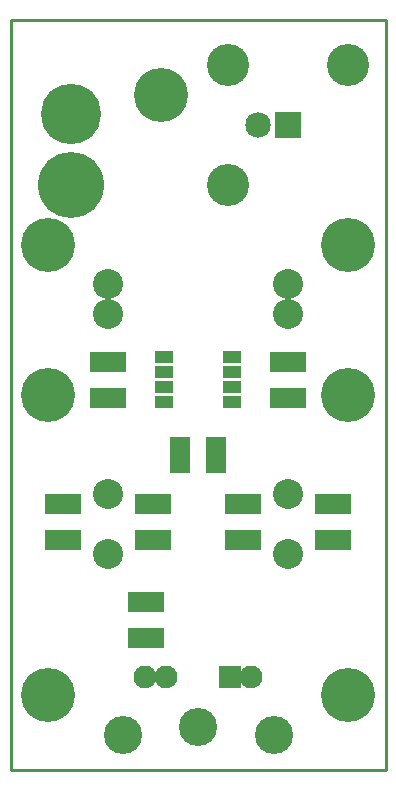
<source format=gbs>
G04 (created by PCBNEW-RS274X (2010-03-14)-final) date Sun 12 Jun 2011 03:53:41 PM PDT*
G01*
G70*
G90*
%MOIN*%
G04 Gerber Fmt 3.4, Leading zero omitted, Abs format*
%FSLAX34Y34*%
G04 APERTURE LIST*
%ADD10C,0.006000*%
%ADD11C,0.009000*%
%ADD12C,0.140000*%
%ADD13R,0.085000X0.085000*%
%ADD14C,0.085000*%
%ADD15R,0.060000X0.040000*%
%ADD16C,0.127000*%
%ADD17C,0.076000*%
%ADD18R,0.076000X0.076000*%
%ADD19C,0.220000*%
%ADD20C,0.201100*%
%ADD21C,0.100000*%
%ADD22C,0.180000*%
%ADD23R,0.120000X0.070000*%
%ADD24R,0.070000X0.120000*%
G04 APERTURE END LIST*
G54D10*
G54D11*
X52250Y-29000D02*
X52250Y-54000D01*
X64750Y-29000D02*
X52250Y-29000D01*
X64750Y-54000D02*
X64750Y-29000D01*
X52250Y-54000D02*
X64750Y-54000D01*
G54D12*
X59500Y-30500D03*
X63500Y-30500D03*
G54D13*
X61500Y-32500D03*
G54D14*
X60500Y-32500D03*
G54D12*
X59500Y-34500D03*
G54D15*
X57370Y-41750D03*
X57370Y-41250D03*
X57370Y-40750D03*
X57370Y-40250D03*
X59630Y-40250D03*
X59630Y-40750D03*
X59630Y-41250D03*
X59630Y-41750D03*
G54D16*
X55980Y-52840D03*
X61020Y-52840D03*
G54D17*
X56730Y-50920D03*
X60270Y-50920D03*
X57435Y-50920D03*
G54D18*
X59565Y-50920D03*
G54D16*
X58500Y-52570D03*
G54D19*
X54250Y-34500D03*
G54D20*
X54250Y-32138D03*
G54D21*
X61500Y-37800D03*
X61500Y-38800D03*
X55500Y-37800D03*
X55500Y-38800D03*
X61500Y-44800D03*
X55500Y-44800D03*
X55500Y-46800D03*
X61500Y-46800D03*
G54D22*
X63500Y-41500D03*
X53500Y-51500D03*
X63500Y-51500D03*
X53500Y-41500D03*
G54D23*
X55500Y-40400D03*
X55500Y-41600D03*
X61500Y-40400D03*
X61500Y-41600D03*
X60000Y-46350D03*
X60000Y-45150D03*
X63000Y-46350D03*
X63000Y-45150D03*
X57000Y-45150D03*
X57000Y-46350D03*
X54000Y-45150D03*
X54000Y-46350D03*
G54D22*
X63500Y-36500D03*
X57250Y-31500D03*
X53500Y-36500D03*
G54D23*
X56750Y-48400D03*
X56750Y-49600D03*
G54D24*
X57900Y-43500D03*
X59100Y-43500D03*
M02*

</source>
